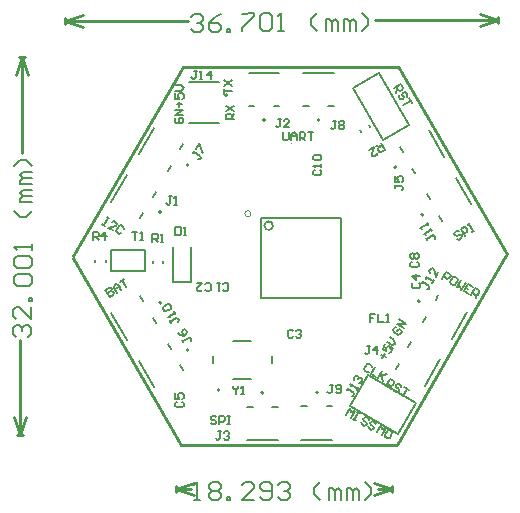
<source format=gto>
G04*
G04 #@! TF.GenerationSoftware,Altium Limited,Altium Designer,21.9.1 (22)*
G04*
G04 Layer_Color=65535*
%FSLAX44Y44*%
%MOMM*%
G71*
G04*
G04 #@! TF.SameCoordinates,043B7ADD-777D-4B4F-A2BF-0A1D89707C51*
G04*
G04*
G04 #@! TF.FilePolarity,Positive*
G04*
G01*
G75*
%ADD10C,0.1524*%
%ADD11C,0.0000*%
%ADD12C,0.2000*%
%ADD13C,0.1000*%
%ADD14C,0.1270*%
%ADD15C,0.2540*%
D10*
X738690Y665752D02*
G03*
X738690Y665752I-3592J0D01*
G01*
X796530Y604320D02*
Y672320D01*
X728530Y604320D02*
X796530D01*
X728530D02*
Y672320D01*
X796530D01*
X672004Y433578D02*
X677083D01*
X674544D01*
Y448814D01*
X672004Y446274D01*
X684700D02*
X687240Y448814D01*
X692318D01*
X694857Y446274D01*
Y443735D01*
X692318Y441196D01*
X694857Y438657D01*
Y436118D01*
X692318Y433578D01*
X687240D01*
X684700Y436118D01*
Y438657D01*
X687240Y441196D01*
X684700Y443735D01*
Y446274D01*
X687240Y441196D02*
X692318D01*
X699935Y433578D02*
Y436118D01*
X702475D01*
Y433578D01*
X699935D01*
X722788D02*
X712631D01*
X722788Y443735D01*
Y446274D01*
X720249Y448814D01*
X715171D01*
X712631Y446274D01*
X727866Y436118D02*
X730406Y433578D01*
X735484D01*
X738023Y436118D01*
Y446274D01*
X735484Y448814D01*
X730406D01*
X727866Y446274D01*
Y443735D01*
X730406Y441196D01*
X738023D01*
X743101Y446274D02*
X745641Y448814D01*
X750719D01*
X753258Y446274D01*
Y443735D01*
X750719Y441196D01*
X748180D01*
X750719D01*
X753258Y438657D01*
Y436118D01*
X750719Y433578D01*
X745641D01*
X743101Y436118D01*
X778650Y433578D02*
X773572Y438657D01*
Y443735D01*
X778650Y448814D01*
X786267Y433578D02*
Y443735D01*
X788807D01*
X791346Y441196D01*
Y433578D01*
Y441196D01*
X793885Y443735D01*
X796424Y441196D01*
Y433578D01*
X801503D02*
Y443735D01*
X804042D01*
X806581Y441196D01*
Y433578D01*
Y441196D01*
X809120Y443735D01*
X811659Y441196D01*
Y433578D01*
X816738D02*
X821816Y438657D01*
Y443735D01*
X816738Y448814D01*
X669465Y842656D02*
X671994Y845206D01*
X677072Y845227D01*
X679622Y842698D01*
X679632Y840159D01*
X677104Y837609D01*
X674565Y837599D01*
X677104Y837609D01*
X679653Y835080D01*
X679664Y832541D01*
X677135Y829992D01*
X672057Y829971D01*
X669507Y832499D01*
X694846Y845300D02*
X689779Y842740D01*
X684721Y837641D01*
X684742Y832562D01*
X687292Y830033D01*
X692370Y830054D01*
X694899Y832604D01*
X694888Y835143D01*
X692339Y837672D01*
X684721Y837641D01*
X699988Y830086D02*
X699977Y832625D01*
X702516Y832635D01*
X702527Y830096D01*
X699988Y830086D01*
X712621Y845373D02*
X722777Y845415D01*
X722788Y842876D01*
X712673Y832677D01*
X712683Y830138D01*
X727866Y842897D02*
X730395Y845446D01*
X735473Y845467D01*
X738023Y842939D01*
X738064Y832782D01*
X735536Y830232D01*
X730458Y830211D01*
X727908Y832740D01*
X727866Y842897D01*
X743153Y830264D02*
X748232Y830285D01*
X745692Y830274D01*
X745630Y845509D01*
X743101Y842960D01*
X776162Y830400D02*
X771063Y835457D01*
X771042Y840535D01*
X776099Y845635D01*
X783780Y830431D02*
X783738Y840588D01*
X786277Y840598D01*
X788827Y838070D01*
X788858Y830452D01*
X788827Y838070D01*
X791355Y840619D01*
X793905Y838090D01*
X793936Y830473D01*
X799015Y830494D02*
X798973Y840650D01*
X801512Y840661D01*
X804062Y838132D01*
X804093Y830515D01*
X804062Y838132D01*
X806590Y840682D01*
X809140Y838153D01*
X809171Y830536D01*
X814250Y830557D02*
X819307Y835656D01*
X819286Y840734D01*
X814187Y845792D01*
X521454Y571827D02*
X518931Y574382D01*
X518964Y579460D01*
X521519Y581983D01*
X524058Y581967D01*
X526581Y579411D01*
X526564Y576872D01*
X526581Y579411D01*
X529136Y581934D01*
X531675Y581918D01*
X534198Y579362D01*
X534165Y574284D01*
X531610Y571761D01*
X534313Y597136D02*
X534247Y586979D01*
X524156Y597201D01*
X521617Y597218D01*
X519062Y594695D01*
X519029Y589617D01*
X521552Y587061D01*
X534346Y602214D02*
X531806Y602231D01*
X531823Y604770D01*
X534362Y604753D01*
X534346Y602214D01*
X521732Y614992D02*
X519209Y617547D01*
X519242Y622626D01*
X521797Y625148D01*
X531954Y625083D01*
X534477Y622527D01*
X534444Y617449D01*
X531888Y614926D01*
X521732Y614992D01*
X521830Y630227D02*
X519307Y632782D01*
X519340Y637860D01*
X521896Y640383D01*
X532052Y640318D01*
X534575Y637762D01*
X534542Y632684D01*
X531987Y630161D01*
X521830Y630227D01*
X534624Y645379D02*
X534657Y650458D01*
X534640Y647918D01*
X519406Y648017D01*
X521928Y645461D01*
X534837Y678388D02*
X529726Y673343D01*
X524648Y673375D01*
X519602Y678486D01*
X534886Y686005D02*
X524729Y686071D01*
X524746Y688610D01*
X527301Y691133D01*
X534919Y691084D01*
X527301Y691133D01*
X524779Y693688D01*
X527334Y696211D01*
X534952Y696162D01*
X534984Y701240D02*
X524828Y701306D01*
X524844Y703845D01*
X527400Y706367D01*
X535017Y706318D01*
X527400Y706367D01*
X524877Y708923D01*
X527432Y711446D01*
X535050Y711397D01*
X535083Y716475D02*
X530037Y721586D01*
X524959Y721619D01*
X519848Y716573D01*
D11*
X720070Y675820D02*
G03*
X720070Y675820I-2540J0D01*
G01*
D12*
X778440Y755050D02*
G03*
X778440Y755050I-1000J0D01*
G01*
X776930Y524510D02*
G03*
X776930Y524510I-1000J0D01*
G01*
X644282Y600474D02*
G03*
X644282Y600474I-1000J0D01*
G01*
X863153Y601550D02*
G03*
X863153Y601550I-1000J0D01*
G01*
X866313Y675080D02*
G03*
X866313Y675080I-1000J0D01*
G01*
X700210Y776270D02*
G03*
X700210Y776270I-1000J0D01*
G01*
X644232Y677306D02*
G03*
X644232Y677306I-1000J0D01*
G01*
X843348Y715274D02*
G03*
X843348Y715274I-1000J0D01*
G01*
X667392Y717314D02*
G03*
X667392Y717314I-1000J0D01*
G01*
X730720Y524430D02*
G03*
X730720Y524430I-1000J0D01*
G01*
X732170Y755100D02*
G03*
X732170Y755100I-1000J0D01*
G01*
X667502Y560416D02*
G03*
X667502Y560416I-1000J0D01*
G01*
X840048Y561706D02*
G03*
X840048Y561706I-1000J0D01*
G01*
X693692Y526688D02*
G03*
X693692Y526688I-1000J0D01*
G01*
X804240Y512827D02*
X819480Y539224D01*
X804240Y512827D02*
X845030Y489277D01*
X860270Y515674D01*
X819480Y539224D02*
X860270Y515674D01*
X667310Y787070D02*
X692710D01*
X667310Y752770D02*
X692710D01*
X669060Y617950D02*
Y647950D01*
X654060Y617950D02*
X669060D01*
X654060D02*
Y647950D01*
X828707Y795065D02*
X854107Y751071D01*
X806710Y782365D02*
X828707Y795065D01*
X806710Y782365D02*
X832110Y738371D01*
X854107Y751071D01*
X597851Y673042D02*
X599871Y671876D01*
X598861Y672459D01*
X595362Y666399D01*
X594352Y666982D01*
X596372Y665816D01*
X603442Y661734D02*
X599402Y664066D01*
X605775Y665774D01*
X606358Y666784D01*
X605931Y668377D01*
X603911Y669543D01*
X602318Y669117D01*
X612418Y663285D02*
X611992Y664878D01*
X609971Y666044D01*
X608378Y665618D01*
X606046Y661578D01*
X606473Y659984D01*
X608493Y658818D01*
X610086Y659245D01*
X596903Y611402D02*
X600402Y605342D01*
X603432Y607091D01*
X603859Y608685D01*
X603276Y609695D01*
X601683Y610122D01*
X598653Y608372D01*
X601683Y610122D01*
X602110Y611715D01*
X601526Y612725D01*
X599933Y613152D01*
X596903Y611402D01*
X606462Y608841D02*
X604130Y612881D01*
X604983Y616067D01*
X608170Y615214D01*
X610502Y611174D01*
X608753Y614204D01*
X604713Y611871D01*
X609024Y618400D02*
X613064Y620733D01*
X611044Y619566D01*
X614543Y613506D01*
X690835Y503411D02*
X689669Y504578D01*
X687336D01*
X686170Y503411D01*
Y502245D01*
X687336Y501079D01*
X689669D01*
X690835Y499913D01*
Y498746D01*
X689669Y497580D01*
X687336D01*
X686170Y498746D01*
X693168Y497580D02*
Y504578D01*
X696667D01*
X697833Y503411D01*
Y501079D01*
X696667Y499913D01*
X693168D01*
X700165Y504578D02*
X702498D01*
X701332D01*
Y497580D01*
X700165D01*
X702498D01*
X882142Y620722D02*
X885641Y626782D01*
X888671Y625033D01*
X889098Y623440D01*
X887932Y621420D01*
X886338Y620993D01*
X883308Y622742D01*
X894731Y621534D02*
X892711Y622700D01*
X891118Y622273D01*
X888785Y618233D01*
X889212Y616640D01*
X891232Y615474D01*
X892825Y615901D01*
X895158Y619941D01*
X894731Y621534D01*
X897761Y619785D02*
X894262Y613724D01*
X897449Y614578D01*
X898303Y611392D01*
X901802Y617452D01*
X907862Y613953D02*
X903822Y616286D01*
X900323Y610225D01*
X904363Y607893D01*
X902072Y613256D02*
X904092Y612089D01*
X906383Y606726D02*
X909882Y612787D01*
X912912Y611037D01*
X913339Y609444D01*
X912172Y607424D01*
X910579Y606997D01*
X907549Y608747D01*
X909569Y607580D02*
X910423Y604394D01*
X896146Y660815D02*
X894553Y661242D01*
X892533Y660075D01*
X892106Y658482D01*
X892690Y657472D01*
X894283Y657045D01*
X896303Y658212D01*
X897896Y657785D01*
X898479Y656775D01*
X898052Y655182D01*
X896032Y654015D01*
X894439Y654442D01*
X901082Y656931D02*
X897583Y662991D01*
X900613Y664741D01*
X902207Y664314D01*
X903373Y662294D01*
X902946Y660700D01*
X899916Y658951D01*
X903644Y666490D02*
X905664Y667656D01*
X904654Y667073D01*
X908152Y661013D01*
X907142Y660430D01*
X909163Y661596D01*
X843250Y579668D02*
X841657Y579241D01*
X840491Y577221D01*
X840918Y575628D01*
X844958Y573295D01*
X846551Y573722D01*
X847717Y575742D01*
X847290Y577335D01*
X845270Y578502D01*
X844104Y576482D01*
X849467Y578772D02*
X843407Y582271D01*
X851799Y582812D01*
X845739Y586311D01*
X831228Y553382D02*
X833560Y557422D01*
X830374Y556568D02*
X834414Y554235D01*
X834029Y565231D02*
X831697Y561191D01*
X834727Y559442D01*
X834883Y562045D01*
X835466Y563055D01*
X837059Y563482D01*
X839079Y562316D01*
X839506Y560722D01*
X838340Y558702D01*
X836747Y558275D01*
X835195Y567251D02*
X839236Y564919D01*
X842422Y565773D01*
X841568Y568959D01*
X837528Y571292D01*
X834482Y529882D02*
X837981Y535942D01*
X841011Y534193D01*
X841438Y532600D01*
X840272Y530580D01*
X838679Y530153D01*
X835648Y531902D01*
X837668Y530736D02*
X838522Y527550D01*
X847498Y529101D02*
X847071Y530694D01*
X845051Y531860D01*
X843458Y531433D01*
X842875Y530423D01*
X843302Y528830D01*
X845322Y527664D01*
X845749Y526071D01*
X845166Y525061D01*
X843572Y524634D01*
X841552Y525800D01*
X841125Y527393D01*
X850101Y528945D02*
X854141Y526612D01*
X852122Y527778D01*
X848623Y521718D01*
X826822Y490902D02*
X830321Y496962D01*
X831175Y493776D01*
X834361Y494630D01*
X830862Y488569D01*
X839411Y491714D02*
X837391Y492880D01*
X835798Y492453D01*
X833465Y488413D01*
X833892Y486820D01*
X835912Y485654D01*
X837506Y486081D01*
X839838Y490121D01*
X839411Y491714D01*
X822548Y546090D02*
X822121Y547683D01*
X820101Y548849D01*
X818508Y548422D01*
X816175Y544382D01*
X816602Y542789D01*
X818622Y541623D01*
X820215Y542049D01*
X825151Y545933D02*
X821652Y539873D01*
X825693Y537541D01*
X831211Y542435D02*
X827712Y536374D01*
X828879Y538394D01*
X835252Y540102D01*
X830472Y538821D01*
X831753Y534042D01*
X800612Y505472D02*
X804111Y511532D01*
X804965Y508346D01*
X808151Y509200D01*
X804652Y503139D01*
X810171Y508033D02*
X812191Y506867D01*
X811181Y507450D01*
X807682Y501390D01*
X806672Y501973D01*
X808692Y500807D01*
X819728Y500940D02*
X819301Y502533D01*
X817281Y503699D01*
X815688Y503272D01*
X815105Y502262D01*
X815532Y500669D01*
X817552Y499503D01*
X817979Y497910D01*
X817395Y496899D01*
X815802Y496473D01*
X813782Y497639D01*
X813355Y499232D01*
X825788Y497441D02*
X825361Y499034D01*
X823341Y500200D01*
X821748Y499773D01*
X821165Y498763D01*
X821592Y497170D01*
X823612Y496004D01*
X824039Y494411D01*
X823456Y493401D01*
X821862Y492974D01*
X819842Y494140D01*
X819416Y495733D01*
X659591Y766060D02*
Y770725D01*
X657259Y768393D02*
X661924D01*
X656092Y777723D02*
Y773058D01*
X659591D01*
X658425Y775390D01*
Y776557D01*
X659591Y777723D01*
X661924D01*
X663090Y776557D01*
Y774224D01*
X661924Y773058D01*
X656092Y780055D02*
X660757D01*
X663090Y782388D01*
X660757Y784721D01*
X656092D01*
X697242Y777170D02*
Y781835D01*
Y779503D01*
X704240D01*
X697242Y784168D02*
X704240Y788833D01*
X697242D02*
X704240Y784168D01*
X706010Y755700D02*
X699012D01*
Y759199D01*
X700179Y760365D01*
X702511D01*
X703677Y759199D01*
Y755700D01*
Y758033D02*
X706010Y760365D01*
X699012Y762698D02*
X706010Y767363D01*
X699012D02*
X706010Y762698D01*
X656979Y756935D02*
X655812Y755769D01*
Y753436D01*
X656979Y752270D01*
X661644D01*
X662810Y753436D01*
Y755769D01*
X661644Y756935D01*
X659311D01*
Y754603D01*
X662810Y759268D02*
X655812D01*
X662810Y763933D01*
X655812D01*
X747330Y744918D02*
Y739086D01*
X748496Y737920D01*
X750829D01*
X751995Y739086D01*
Y744918D01*
X754328Y737920D02*
Y742585D01*
X756660Y744918D01*
X758993Y742585D01*
Y737920D01*
Y741419D01*
X754328D01*
X761326Y737920D02*
Y744918D01*
X764824D01*
X765991Y743751D01*
Y741419D01*
X764824Y740253D01*
X761326D01*
X763658D02*
X765991Y737920D01*
X768323Y744918D02*
X772988D01*
X770656D01*
Y737920D01*
X619365Y660779D02*
X624030D01*
X621697D01*
Y653781D01*
X626363D02*
X628695D01*
X627529D01*
Y660779D01*
X626363Y659613D01*
X586479Y653671D02*
Y660669D01*
X589977D01*
X591144Y659503D01*
Y657170D01*
X589977Y656004D01*
X586479D01*
X588811D02*
X591144Y653671D01*
X596975D02*
Y660669D01*
X593476Y657170D01*
X598142D01*
X636725Y652031D02*
Y659029D01*
X640224D01*
X641390Y657863D01*
Y655530D01*
X640224Y654364D01*
X636725D01*
X639057D02*
X641390Y652031D01*
X643723D02*
X646055D01*
X644889D01*
Y659029D01*
X643723Y657863D01*
X773977Y712928D02*
X772811Y711762D01*
Y709429D01*
X773977Y708263D01*
X778643D01*
X779809Y709429D01*
Y711762D01*
X778643Y712928D01*
X779809Y715261D02*
Y717593D01*
Y716427D01*
X772811D01*
X773977Y715261D01*
Y721092D02*
X772811Y722258D01*
Y724591D01*
X773977Y725757D01*
X778643D01*
X779809Y724591D01*
Y722258D01*
X778643Y721092D01*
X773977D01*
X674378Y797039D02*
X672045D01*
X673212D01*
Y791207D01*
X672045Y790041D01*
X670879D01*
X669713Y791207D01*
X676711Y790041D02*
X679043D01*
X677877D01*
Y797039D01*
X676711Y795873D01*
X686041Y790041D02*
Y797039D01*
X682542Y793540D01*
X687207D01*
X802650Y528344D02*
X801484Y526324D01*
X802067Y527334D01*
X807117Y524418D01*
X807544Y522825D01*
X806961Y521815D01*
X805368Y521388D01*
X809877Y526866D02*
X811043Y528886D01*
X810460Y527876D01*
X804400Y531374D01*
X804827Y529781D01*
X807742Y534831D02*
X807316Y536425D01*
X808482Y538445D01*
X810075Y538872D01*
X811085Y538288D01*
X811512Y536695D01*
X810929Y535685D01*
X811512Y536695D01*
X813105Y537122D01*
X814115Y536539D01*
X814542Y534946D01*
X813376Y532926D01*
X811783Y532499D01*
X866392Y618956D02*
X865226Y616936D01*
X865809Y617946D01*
X870859Y615030D01*
X871286Y613437D01*
X870703Y612427D01*
X869110Y612000D01*
X873618Y617477D02*
X874785Y619497D01*
X874202Y618487D01*
X868141Y621986D01*
X868568Y620393D01*
X878867Y626567D02*
X876534Y622527D01*
X874827Y628900D01*
X873817Y629483D01*
X872223Y629056D01*
X871057Y627036D01*
X871484Y625443D01*
X868248Y655565D02*
X869414Y653545D01*
X868831Y654555D01*
X873881Y657471D01*
X875474Y657044D01*
X876057Y656034D01*
X875630Y654441D01*
X873142Y661084D02*
X871975Y663104D01*
X872559Y662094D01*
X866498Y658596D01*
X868092Y658169D01*
X870226Y666135D02*
X869060Y668155D01*
X869643Y667145D01*
X863583Y663646D01*
X865176Y663219D01*
X651361Y585605D02*
X652527Y583585D01*
X651944Y584595D01*
X656994Y587511D01*
X658587Y587084D01*
X659171Y586074D01*
X658744Y584481D01*
X656255Y591124D02*
X655089Y593144D01*
X655672Y592134D01*
X649611Y588635D01*
X651205Y588209D01*
X648289Y593259D02*
X646696Y593686D01*
X645529Y595706D01*
X645956Y597299D01*
X649996Y599632D01*
X651590Y599205D01*
X652756Y597185D01*
X652329Y595591D01*
X648289Y593259D01*
X789544Y531089D02*
X787211D01*
X788377D01*
Y525257D01*
X787211Y524091D01*
X786045D01*
X784878Y525257D01*
X791876D02*
X793043Y524091D01*
X795375D01*
X796542Y525257D01*
Y529923D01*
X795375Y531089D01*
X793043D01*
X791876Y529923D01*
Y528756D01*
X793043Y527590D01*
X796542D01*
X792304Y754619D02*
X789971D01*
X791137D01*
Y748787D01*
X789971Y747621D01*
X788805D01*
X787638Y748787D01*
X794636Y753453D02*
X795803Y754619D01*
X798135D01*
X799301Y753453D01*
Y752286D01*
X798135Y751120D01*
X799301Y749954D01*
Y748787D01*
X798135Y747621D01*
X795803D01*
X794636Y748787D01*
Y749954D01*
X795803Y751120D01*
X794636Y752286D01*
Y753453D01*
X795803Y751120D02*
X798135D01*
X841023Y782090D02*
X847083Y785589D01*
X848832Y782559D01*
X848406Y780966D01*
X846386Y779800D01*
X844792Y780227D01*
X843043Y783257D01*
X844209Y781236D02*
X843355Y778050D01*
X851905Y774906D02*
X852331Y776499D01*
X851165Y778519D01*
X849572Y778946D01*
X848562Y778363D01*
X848135Y776769D01*
X849301Y774749D01*
X848874Y773156D01*
X847864Y772573D01*
X846271Y773000D01*
X845105Y775020D01*
X845532Y776613D01*
X854081Y773469D02*
X856413Y769429D01*
X855247Y771449D01*
X849187Y767950D01*
X672662Y728873D02*
X671495Y726853D01*
X672079Y727863D01*
X677129Y724948D01*
X677556Y723354D01*
X676973Y722344D01*
X675379Y721917D01*
X673828Y730893D02*
X676161Y734933D01*
X677171Y734350D01*
X678878Y727978D01*
X679888Y727394D01*
X704827Y529807D02*
Y528641D01*
X707159Y526309D01*
X709492Y528641D01*
Y529807D01*
X707159Y526309D02*
Y522810D01*
X711824D02*
X714157D01*
X712991D01*
Y529807D01*
X711824Y528641D01*
X825521Y591239D02*
X820856D01*
Y587740D01*
X823188D01*
X820856D01*
Y584241D01*
X827854Y591239D02*
Y584241D01*
X832519D01*
X834852D02*
X837184D01*
X836018D01*
Y591239D01*
X834852Y590073D01*
X856257Y635314D02*
X855091Y634147D01*
Y631815D01*
X856257Y630648D01*
X860922D01*
X862089Y631815D01*
Y634147D01*
X860922Y635314D01*
X856257Y637646D02*
X855091Y638813D01*
Y641145D01*
X856257Y642311D01*
X857424D01*
X858590Y641145D01*
X859756Y642311D01*
X860922D01*
X862089Y641145D01*
Y638813D01*
X860922Y637646D01*
X859756D01*
X858590Y638813D01*
X857424Y637646D01*
X856257D01*
X858590Y638813D02*
Y641145D01*
X830041Y735896D02*
X833540Y729836D01*
X830509Y728086D01*
X828916Y728513D01*
X827750Y730533D01*
X828177Y732126D01*
X831207Y733876D01*
X829187Y732709D02*
X826001Y733563D01*
X819940Y730064D02*
X823980Y732397D01*
X822273Y726024D01*
X822856Y725014D01*
X824449Y724587D01*
X826469Y725753D01*
X826896Y727347D01*
X661647Y568911D02*
X662813Y566891D01*
X662230Y567901D01*
X667281Y570817D01*
X668874Y570390D01*
X669457Y569380D01*
X669030Y567787D01*
X658148Y574972D02*
X660325Y573535D01*
X663511Y572681D01*
X665531Y573847D01*
X665958Y575440D01*
X664792Y577460D01*
X663198Y577887D01*
X662188Y577304D01*
X661762Y575711D01*
X663511Y572681D01*
X841852Y700385D02*
Y698053D01*
Y699219D01*
X847684D01*
X848850Y698053D01*
Y696886D01*
X847684Y695720D01*
X841852Y707383D02*
Y702718D01*
X845351D01*
X844185Y705050D01*
Y706217D01*
X845351Y707383D01*
X847684D01*
X848850Y706217D01*
Y703884D01*
X847684Y702718D01*
X821005Y563798D02*
X818673D01*
X819839D01*
Y557966D01*
X818673Y556800D01*
X817506D01*
X816340Y557966D01*
X826837Y556800D02*
Y563798D01*
X823338Y560299D01*
X828003D01*
X694875Y491548D02*
X692543D01*
X693709D01*
Y485716D01*
X692543Y484550D01*
X691376D01*
X690210Y485716D01*
X697208Y490382D02*
X698374Y491548D01*
X700707D01*
X701873Y490382D01*
Y489215D01*
X700707Y488049D01*
X699540D01*
X700707D01*
X701873Y486883D01*
Y485716D01*
X700707Y484550D01*
X698374D01*
X697208Y485716D01*
X745645Y755878D02*
X743313D01*
X744479D01*
Y750046D01*
X743313Y748880D01*
X742146D01*
X740980Y750046D01*
X752643Y748880D02*
X747978D01*
X752643Y753545D01*
Y754712D01*
X751477Y755878D01*
X749144D01*
X747978Y754712D01*
X653075Y690588D02*
X650743D01*
X651909D01*
Y684756D01*
X650743Y683590D01*
X649576D01*
X648410Y684756D01*
X655408Y683590D02*
X657740D01*
X656574D01*
Y690588D01*
X655408Y689421D01*
X656170Y664518D02*
Y657520D01*
X659669D01*
X660835Y658686D01*
Y663352D01*
X659669Y664518D01*
X656170D01*
X663168Y657520D02*
X665500D01*
X664334D01*
Y664518D01*
X663168Y663352D01*
X657289Y516665D02*
X656122Y515499D01*
Y513166D01*
X657289Y512000D01*
X661954D01*
X663120Y513166D01*
Y515499D01*
X661954Y516665D01*
X656122Y523663D02*
Y518998D01*
X659621D01*
X658455Y521330D01*
Y522497D01*
X659621Y523663D01*
X661954D01*
X663120Y522497D01*
Y520164D01*
X661954Y518998D01*
X857518Y617605D02*
X856352Y616439D01*
Y614106D01*
X857518Y612940D01*
X862184D01*
X863350Y614106D01*
Y616439D01*
X862184Y617605D01*
X863350Y623437D02*
X856352D01*
X859851Y619938D01*
Y624603D01*
X755855Y576642D02*
X754689Y577808D01*
X752356D01*
X751190Y576642D01*
Y571976D01*
X752356Y570810D01*
X754689D01*
X755855Y571976D01*
X758188Y576642D02*
X759354Y577808D01*
X761687D01*
X762853Y576642D01*
Y575475D01*
X761687Y574309D01*
X760520D01*
X761687D01*
X762853Y573143D01*
Y571976D01*
X761687Y570810D01*
X759354D01*
X758188Y571976D01*
X681445Y611479D02*
X682611Y610312D01*
X684944D01*
X686110Y611479D01*
Y616144D01*
X684944Y617310D01*
X682611D01*
X681445Y616144D01*
X674447Y617310D02*
X679112D01*
X674447Y612645D01*
Y611479D01*
X675613Y610312D01*
X677946D01*
X679112Y611479D01*
X696325Y611429D02*
X697491Y610262D01*
X699824D01*
X700990Y611429D01*
Y616094D01*
X699824Y617260D01*
X697491D01*
X696325Y616094D01*
X693992Y617260D02*
X691660D01*
X692826D01*
Y610262D01*
X693992Y611429D01*
D13*
X754230Y735130D02*
G03*
X754330Y735371I-241J241D01*
G01*
D14*
X764440Y766850D02*
X769240D01*
X785640D02*
X790440D01*
X764440Y795250D02*
X790440D01*
X784130Y512710D02*
X788930D01*
X762930D02*
X767730D01*
X762930Y484310D02*
X788930D01*
X637163Y587472D02*
X639563Y583316D01*
X626563Y605832D02*
X628963Y601675D01*
X601968Y591632D02*
X614967Y569115D01*
X876472Y602751D02*
X878873Y606908D01*
X865872Y584392D02*
X868272Y588549D01*
X890468Y570192D02*
X903468Y592708D01*
X869033Y692238D02*
X871432Y688081D01*
X879632Y673879D02*
X882032Y669722D01*
X893627Y706438D02*
X906628Y683922D01*
X626513Y671948D02*
X628913Y676105D01*
X637113Y690308D02*
X639512Y694465D01*
X601917Y686148D02*
X614918Y708664D01*
X812383Y746743D02*
X813483Y744837D01*
X820177Y751243D02*
X821277Y749337D01*
X636980Y633780D02*
Y635980D01*
X645980Y633780D02*
Y635980D01*
X588010Y634880D02*
Y637080D01*
X597010Y634880D02*
Y637080D01*
X630490Y627310D02*
Y645310D01*
X601490Y627310D02*
X630490D01*
X601490D02*
Y645310D01*
X630490D01*
X846067Y732432D02*
X848468Y728275D01*
X856667Y714072D02*
X859068Y709915D01*
X870663Y746632D02*
X883662Y724116D01*
X649673Y711955D02*
X652073Y716113D01*
X660273Y730315D02*
X662673Y734472D01*
X625078Y726155D02*
X638078Y748672D01*
X737920Y512630D02*
X742720D01*
X716720D02*
X721520D01*
X716720Y484230D02*
X742720D01*
X718170Y766900D02*
X722970D01*
X739370D02*
X744170D01*
X718170Y795300D02*
X744170D01*
X625187Y551574D02*
X638187Y529058D01*
X649782Y565774D02*
X652182Y561618D01*
X660382Y547415D02*
X662782Y543258D01*
X867362Y530348D02*
X880362Y552864D01*
X842767Y544548D02*
X845167Y548705D01*
X853367Y562907D02*
X855767Y567064D01*
X687691Y549388D02*
Y554989D01*
X737691Y549388D02*
Y554989D01*
X704892Y568188D02*
X720492D01*
X704892Y536189D02*
X720492D01*
D15*
X839898Y440180D02*
Y445260D01*
X656970Y440180D02*
Y445260D01*
X824658Y437640D02*
X839898Y442720D01*
X824658Y447800D02*
X839898Y442720D01*
X656970D02*
X672210Y437640D01*
X656970Y442720D02*
X672210Y447800D01*
X827404Y442720D02*
X839898D01*
X656970D02*
X669464D01*
X929401Y842713D02*
X929422Y837633D01*
X562396Y841200D02*
X562417Y836121D01*
X914193Y835030D02*
X929412Y840173D01*
X914151Y845190D02*
X929412Y840173D01*
X562407Y838661D02*
X577667Y833643D01*
X562407Y838661D02*
X577626Y843803D01*
X824878Y839742D02*
X929412Y840173D01*
X562407Y838661D02*
X666940Y839091D01*
X523993Y808248D02*
X529073Y808215D01*
X521929Y488248D02*
X527009Y488216D01*
X526533Y808232D02*
X531514Y792959D01*
X521354Y793025D02*
X526533Y808232D01*
X524469Y488232D02*
X529647Y503439D01*
X519487Y503504D02*
X524469Y488232D01*
X526010Y727200D02*
X526533Y808232D01*
X524469Y488232D02*
X524991Y569264D01*
X845460Y799600D02*
X936710Y641550D01*
X843955Y480332D02*
X936455Y640546D01*
X569320Y638474D02*
X660838Y479960D01*
X660815Y480000D02*
X843802D01*
X662878Y800000D02*
X845400D01*
X569749Y639675D02*
X662280Y799941D01*
M02*

</source>
